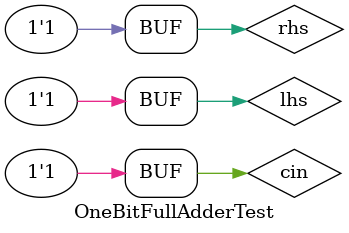
<source format=v>
module OneBitHalfAdder(
  input wire lhs,
  input wire rhs,
  output wire sum,
  output wire carry
);

  // Compute the sum
  xor(sum, lhs, rhs);

  // Compute the carry
  and(carry, lhs, rhs);

endmodule // OneBitHalfAdder


module OneBitFullAdder(
  input wire cin,
  input wire lhs,
  input wire rhs,
  output wire sum,
  output wire cout
);

  // Initilize two half-adders
  OneBitHalfAdder halfAdderA(lhs, rhs, buffer, carry_left);
  OneBitHalfAdder halfAdderB(buffer, cin, sum, carry_right);

  // Compute the carry
  or(cout, carry_left, carry_right);

endmodule // OneBitFullAdder


module OneBitFullAdderTest;

  reg cin;
  reg lhs;
  reg rhs;
  wire sum;
  wire cout;

  OneBitFullAdder oneBitFullAdder(cin, lhs, rhs, sum, cout);

  initial begin
    $monitor("cin = %d, lhs = %d, rhs = %d, sum = %d, cout = %d", cin, lhs, rhs, sum, cout);
    cin = 0; lhs = 0; rhs = 0;
    #20; cin = 0; lhs = 0; rhs = 1;
    #20; cin = 0; lhs = 1; rhs = 0;
    #20; cin = 0; lhs = 1; rhs = 1;
    #20; cin = 1; lhs = 0; rhs = 0;
    #20; cin = 1; lhs = 0; rhs = 1;
    #20; cin = 1; lhs = 1; rhs = 0;
    #20; cin = 1; lhs = 1; rhs = 1;
  end

endmodule // OneBitFullAdderTest
</source>
